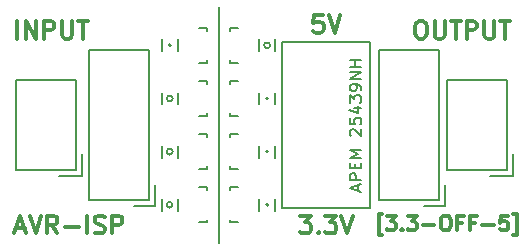
<source format=gto>
G04 #@! TF.FileFunction,Legend,Top*
%FSLAX46Y46*%
G04 Gerber Fmt 4.6, Leading zero omitted, Abs format (unit mm)*
G04 Created by KiCad (PCBNEW (2015-05-09 BZR 5648)-product) date Sun 10 May 2015 11:27:42 AM CEST*
%MOMM*%
G01*
G04 APERTURE LIST*
%ADD10C,0.150000*%
%ADD11C,0.300000*%
%ADD12C,0.200000*%
%ADD13R,0.800100X0.800100*%
%ADD14R,1.651000X1.651000*%
%ADD15C,1.651000*%
%ADD16O,2.200000X1.800000*%
%ADD17R,0.900000X1.200000*%
G04 APERTURE END LIST*
D10*
X68850000Y-56000000D02*
G75*
G03X68850000Y-56000000I-100000J0D01*
G01*
X68850000Y-51500000D02*
G75*
G03X68850000Y-51500000I-100000J0D01*
G01*
X68850000Y-47000000D02*
G75*
G03X68850000Y-47000000I-100000J0D01*
G01*
X60600000Y-42500000D02*
G75*
G03X60600000Y-42500000I-100000J0D01*
G01*
X60750000Y-56000000D02*
G75*
G03X60750000Y-56000000I-250000J0D01*
G01*
X60750000Y-51500000D02*
G75*
G03X60750000Y-51500000I-250000J0D01*
G01*
X60750000Y-47000000D02*
G75*
G03X60750000Y-47000000I-250000J0D01*
G01*
X69000000Y-42500000D02*
G75*
G03X69000000Y-42500000I-250000J0D01*
G01*
D11*
X78514286Y-58582143D02*
X78216667Y-58582143D01*
X78216667Y-56796429D01*
X78514286Y-56796429D01*
X78871428Y-56915476D02*
X79645238Y-56915476D01*
X79228571Y-57391667D01*
X79407143Y-57391667D01*
X79526190Y-57451190D01*
X79585714Y-57510714D01*
X79645238Y-57629762D01*
X79645238Y-57927381D01*
X79585714Y-58046429D01*
X79526190Y-58105952D01*
X79407143Y-58165476D01*
X79050000Y-58165476D01*
X78930952Y-58105952D01*
X78871428Y-58046429D01*
X80180952Y-58046429D02*
X80240476Y-58105952D01*
X80180952Y-58165476D01*
X80121428Y-58105952D01*
X80180952Y-58046429D01*
X80180952Y-58165476D01*
X80657142Y-56915476D02*
X81430952Y-56915476D01*
X81014285Y-57391667D01*
X81192857Y-57391667D01*
X81311904Y-57451190D01*
X81371428Y-57510714D01*
X81430952Y-57629762D01*
X81430952Y-57927381D01*
X81371428Y-58046429D01*
X81311904Y-58105952D01*
X81192857Y-58165476D01*
X80835714Y-58165476D01*
X80716666Y-58105952D01*
X80657142Y-58046429D01*
X81966666Y-57689286D02*
X82919047Y-57689286D01*
X83752380Y-56915476D02*
X83990476Y-56915476D01*
X84109523Y-56975000D01*
X84228571Y-57094048D01*
X84288095Y-57332143D01*
X84288095Y-57748810D01*
X84228571Y-57986905D01*
X84109523Y-58105952D01*
X83990476Y-58165476D01*
X83752380Y-58165476D01*
X83633333Y-58105952D01*
X83514285Y-57986905D01*
X83454761Y-57748810D01*
X83454761Y-57332143D01*
X83514285Y-57094048D01*
X83633333Y-56975000D01*
X83752380Y-56915476D01*
X85240476Y-57510714D02*
X84823809Y-57510714D01*
X84823809Y-58165476D02*
X84823809Y-56915476D01*
X85419047Y-56915476D01*
X86311905Y-57510714D02*
X85895238Y-57510714D01*
X85895238Y-58165476D02*
X85895238Y-56915476D01*
X86490476Y-56915476D01*
X86966667Y-57689286D02*
X87919048Y-57689286D01*
X89109524Y-56915476D02*
X88514286Y-56915476D01*
X88454762Y-57510714D01*
X88514286Y-57451190D01*
X88633334Y-57391667D01*
X88930953Y-57391667D01*
X89050000Y-57451190D01*
X89109524Y-57510714D01*
X89169048Y-57629762D01*
X89169048Y-57927381D01*
X89109524Y-58046429D01*
X89050000Y-58105952D01*
X88930953Y-58165476D01*
X88633334Y-58165476D01*
X88514286Y-58105952D01*
X88454762Y-58046429D01*
X89585714Y-58582143D02*
X89883333Y-58582143D01*
X89883333Y-56796429D01*
X89585714Y-56796429D01*
X47500000Y-58000000D02*
X48214286Y-58000000D01*
X47357143Y-58428571D02*
X47857143Y-56928571D01*
X48357143Y-58428571D01*
X48642857Y-56928571D02*
X49142857Y-58428571D01*
X49642857Y-56928571D01*
X51000000Y-58428571D02*
X50500000Y-57714286D01*
X50142857Y-58428571D02*
X50142857Y-56928571D01*
X50714285Y-56928571D01*
X50857143Y-57000000D01*
X50928571Y-57071429D01*
X51000000Y-57214286D01*
X51000000Y-57428571D01*
X50928571Y-57571429D01*
X50857143Y-57642857D01*
X50714285Y-57714286D01*
X50142857Y-57714286D01*
X51642857Y-57857143D02*
X52785714Y-57857143D01*
X53500000Y-58428571D02*
X53500000Y-56928571D01*
X54142857Y-58357143D02*
X54357143Y-58428571D01*
X54714286Y-58428571D01*
X54857143Y-58357143D01*
X54928572Y-58285714D01*
X55000000Y-58142857D01*
X55000000Y-58000000D01*
X54928572Y-57857143D01*
X54857143Y-57785714D01*
X54714286Y-57714286D01*
X54428572Y-57642857D01*
X54285714Y-57571429D01*
X54214286Y-57500000D01*
X54142857Y-57357143D01*
X54142857Y-57214286D01*
X54214286Y-57071429D01*
X54285714Y-57000000D01*
X54428572Y-56928571D01*
X54785714Y-56928571D01*
X55000000Y-57000000D01*
X55642857Y-58428571D02*
X55642857Y-56928571D01*
X56214285Y-56928571D01*
X56357143Y-57000000D01*
X56428571Y-57071429D01*
X56500000Y-57214286D01*
X56500000Y-57428571D01*
X56428571Y-57571429D01*
X56357143Y-57642857D01*
X56214285Y-57714286D01*
X55642857Y-57714286D01*
D10*
X64650000Y-39250000D02*
X64650000Y-59250000D01*
D11*
X71535715Y-56928571D02*
X72464286Y-56928571D01*
X71964286Y-57500000D01*
X72178572Y-57500000D01*
X72321429Y-57571429D01*
X72392858Y-57642857D01*
X72464286Y-57785714D01*
X72464286Y-58142857D01*
X72392858Y-58285714D01*
X72321429Y-58357143D01*
X72178572Y-58428571D01*
X71750000Y-58428571D01*
X71607143Y-58357143D01*
X71535715Y-58285714D01*
X73107143Y-58285714D02*
X73178571Y-58357143D01*
X73107143Y-58428571D01*
X73035714Y-58357143D01*
X73107143Y-58285714D01*
X73107143Y-58428571D01*
X73678572Y-56928571D02*
X74607143Y-56928571D01*
X74107143Y-57500000D01*
X74321429Y-57500000D01*
X74464286Y-57571429D01*
X74535715Y-57642857D01*
X74607143Y-57785714D01*
X74607143Y-58142857D01*
X74535715Y-58285714D01*
X74464286Y-58357143D01*
X74321429Y-58428571D01*
X73892857Y-58428571D01*
X73750000Y-58357143D01*
X73678572Y-58285714D01*
X75035714Y-56928571D02*
X75535714Y-58428571D01*
X76035714Y-56928571D01*
X73464287Y-39928571D02*
X72750001Y-39928571D01*
X72678572Y-40642857D01*
X72750001Y-40571429D01*
X72892858Y-40500000D01*
X73250001Y-40500000D01*
X73392858Y-40571429D01*
X73464287Y-40642857D01*
X73535715Y-40785714D01*
X73535715Y-41142857D01*
X73464287Y-41285714D01*
X73392858Y-41357143D01*
X73250001Y-41428571D01*
X72892858Y-41428571D01*
X72750001Y-41357143D01*
X72678572Y-41285714D01*
X73964286Y-39928571D02*
X74464286Y-41428571D01*
X74964286Y-39928571D01*
X81642857Y-40428571D02*
X81928571Y-40428571D01*
X82071429Y-40500000D01*
X82214286Y-40642857D01*
X82285714Y-40928571D01*
X82285714Y-41428571D01*
X82214286Y-41714286D01*
X82071429Y-41857143D01*
X81928571Y-41928571D01*
X81642857Y-41928571D01*
X81500000Y-41857143D01*
X81357143Y-41714286D01*
X81285714Y-41428571D01*
X81285714Y-40928571D01*
X81357143Y-40642857D01*
X81500000Y-40500000D01*
X81642857Y-40428571D01*
X82928572Y-40428571D02*
X82928572Y-41642857D01*
X83000000Y-41785714D01*
X83071429Y-41857143D01*
X83214286Y-41928571D01*
X83500000Y-41928571D01*
X83642858Y-41857143D01*
X83714286Y-41785714D01*
X83785715Y-41642857D01*
X83785715Y-40428571D01*
X84285715Y-40428571D02*
X85142858Y-40428571D01*
X84714287Y-41928571D02*
X84714287Y-40428571D01*
X85642858Y-41928571D02*
X85642858Y-40428571D01*
X86214286Y-40428571D01*
X86357144Y-40500000D01*
X86428572Y-40571429D01*
X86500001Y-40714286D01*
X86500001Y-40928571D01*
X86428572Y-41071429D01*
X86357144Y-41142857D01*
X86214286Y-41214286D01*
X85642858Y-41214286D01*
X87142858Y-40428571D02*
X87142858Y-41642857D01*
X87214286Y-41785714D01*
X87285715Y-41857143D01*
X87428572Y-41928571D01*
X87714286Y-41928571D01*
X87857144Y-41857143D01*
X87928572Y-41785714D01*
X88000001Y-41642857D01*
X88000001Y-40428571D01*
X88500001Y-40428571D02*
X89357144Y-40428571D01*
X88928573Y-41928571D02*
X88928573Y-40428571D01*
X47607143Y-41928571D02*
X47607143Y-40428571D01*
X48321429Y-41928571D02*
X48321429Y-40428571D01*
X49178572Y-41928571D01*
X49178572Y-40428571D01*
X49892858Y-41928571D02*
X49892858Y-40428571D01*
X50464286Y-40428571D01*
X50607144Y-40500000D01*
X50678572Y-40571429D01*
X50750001Y-40714286D01*
X50750001Y-40928571D01*
X50678572Y-41071429D01*
X50607144Y-41142857D01*
X50464286Y-41214286D01*
X49892858Y-41214286D01*
X51392858Y-40428571D02*
X51392858Y-41642857D01*
X51464286Y-41785714D01*
X51535715Y-41857143D01*
X51678572Y-41928571D01*
X51964286Y-41928571D01*
X52107144Y-41857143D01*
X52178572Y-41785714D01*
X52250001Y-41642857D01*
X52250001Y-40428571D01*
X52750001Y-40428571D02*
X53607144Y-40428571D01*
X53178573Y-41928571D02*
X53178573Y-40428571D01*
D10*
X63650240Y-48299160D02*
X63650240Y-48250900D01*
X62949200Y-45500180D02*
X63650240Y-45500180D01*
X63650240Y-45500180D02*
X63650240Y-45749100D01*
X63650240Y-48299160D02*
X63650240Y-48499820D01*
X63650240Y-48499820D02*
X62949200Y-48499820D01*
X63650240Y-43799160D02*
X63650240Y-43750900D01*
X62949200Y-41000180D02*
X63650240Y-41000180D01*
X63650240Y-41000180D02*
X63650240Y-41249100D01*
X63650240Y-43799160D02*
X63650240Y-43999820D01*
X63650240Y-43999820D02*
X62949200Y-43999820D01*
D12*
X89548000Y-53568000D02*
X87643000Y-53568000D01*
X89548000Y-51663000D02*
X89548000Y-53568000D01*
X89040000Y-45440000D02*
X89040000Y-53060000D01*
X89040000Y-53060000D02*
X83960000Y-53060000D01*
X83960000Y-53060000D02*
X83960000Y-45440000D01*
X83960000Y-45440000D02*
X89040000Y-45440000D01*
X59298000Y-56108000D02*
X57520000Y-56108000D01*
X59298000Y-54330000D02*
X59298000Y-56108000D01*
X58790000Y-55600000D02*
X53710000Y-55600000D01*
X58790000Y-42900000D02*
X58790000Y-55600000D01*
X53710000Y-55600000D02*
X53710000Y-42900000D01*
X53710000Y-42900000D02*
X58790000Y-42900000D01*
X83798000Y-56108000D02*
X82020000Y-56108000D01*
X83798000Y-54330000D02*
X83798000Y-56108000D01*
X83290000Y-55600000D02*
X78210000Y-55600000D01*
X83290000Y-42900000D02*
X83290000Y-55600000D01*
X78210000Y-55600000D02*
X78210000Y-42900000D01*
X78210000Y-42900000D02*
X83290000Y-42900000D01*
X77500000Y-56300000D02*
X70000000Y-56300000D01*
X77500000Y-42200000D02*
X77500000Y-56300000D01*
X70000000Y-42200000D02*
X77500000Y-42200000D01*
X70000000Y-56300000D02*
X70000000Y-42200000D01*
X53048000Y-53568000D02*
X51143000Y-53568000D01*
X53048000Y-51663000D02*
X53048000Y-53568000D01*
X52540000Y-45440000D02*
X52540000Y-53060000D01*
X52540000Y-53060000D02*
X47460000Y-53060000D01*
X47460000Y-53060000D02*
X47460000Y-45440000D01*
X47460000Y-45440000D02*
X52540000Y-45440000D01*
D10*
X65597980Y-41200840D02*
X65597980Y-41249100D01*
X66299020Y-43999820D02*
X65597980Y-43999820D01*
X65597980Y-43999820D02*
X65597980Y-43750900D01*
X65597980Y-41200840D02*
X65597980Y-41000180D01*
X65597980Y-41000180D02*
X66299020Y-41000180D01*
X65597980Y-50200840D02*
X65597980Y-50249100D01*
X66299020Y-52999820D02*
X65597980Y-52999820D01*
X65597980Y-52999820D02*
X65597980Y-52750900D01*
X65597980Y-50200840D02*
X65597980Y-50000180D01*
X65597980Y-50000180D02*
X66299020Y-50000180D01*
X65597980Y-54700840D02*
X65597980Y-54749100D01*
X66299020Y-57499820D02*
X65597980Y-57499820D01*
X65597980Y-57499820D02*
X65597980Y-57250900D01*
X65597980Y-54700840D02*
X65597980Y-54500180D01*
X65597980Y-54500180D02*
X66299020Y-54500180D01*
X63650240Y-52799160D02*
X63650240Y-52750900D01*
X62949200Y-50000180D02*
X63650240Y-50000180D01*
X63650240Y-50000180D02*
X63650240Y-50249100D01*
X63650240Y-52799160D02*
X63650240Y-52999820D01*
X63650240Y-52999820D02*
X62949200Y-52999820D01*
X63650240Y-57299160D02*
X63650240Y-57250900D01*
X62949200Y-54500180D02*
X63650240Y-54500180D01*
X63650240Y-54500180D02*
X63650240Y-54749100D01*
X63650240Y-57299160D02*
X63650240Y-57499820D01*
X63650240Y-57499820D02*
X62949200Y-57499820D01*
X65597980Y-45700840D02*
X65597980Y-45749100D01*
X66299020Y-48499820D02*
X65597980Y-48499820D01*
X65597980Y-48499820D02*
X65597980Y-48250900D01*
X65597980Y-45700840D02*
X65597980Y-45500180D01*
X65597980Y-45500180D02*
X66299020Y-45500180D01*
X69425000Y-51000000D02*
X69425000Y-52000000D01*
X68075000Y-52000000D02*
X68075000Y-51000000D01*
X69425000Y-55500000D02*
X69425000Y-56500000D01*
X68075000Y-56500000D02*
X68075000Y-55500000D01*
X59825000Y-56500000D02*
X59825000Y-55500000D01*
X61175000Y-55500000D02*
X61175000Y-56500000D01*
X59825000Y-52000000D02*
X59825000Y-51000000D01*
X61175000Y-51000000D02*
X61175000Y-52000000D01*
X59825000Y-47500000D02*
X59825000Y-46500000D01*
X61175000Y-46500000D02*
X61175000Y-47500000D01*
X69425000Y-46500000D02*
X69425000Y-47500000D01*
X68075000Y-47500000D02*
X68075000Y-46500000D01*
X59825000Y-43000000D02*
X59825000Y-42000000D01*
X61175000Y-42000000D02*
X61175000Y-43000000D01*
X69425000Y-42000000D02*
X69425000Y-43000000D01*
X68075000Y-43000000D02*
X68075000Y-42000000D01*
D12*
X76456667Y-54821429D02*
X76456667Y-54345238D01*
X76742381Y-54916667D02*
X75742381Y-54583334D01*
X76742381Y-54250000D01*
X76742381Y-53916667D02*
X75742381Y-53916667D01*
X75742381Y-53535714D01*
X75790000Y-53440476D01*
X75837619Y-53392857D01*
X75932857Y-53345238D01*
X76075714Y-53345238D01*
X76170952Y-53392857D01*
X76218571Y-53440476D01*
X76266190Y-53535714D01*
X76266190Y-53916667D01*
X76218571Y-52916667D02*
X76218571Y-52583333D01*
X76742381Y-52440476D02*
X76742381Y-52916667D01*
X75742381Y-52916667D01*
X75742381Y-52440476D01*
X76742381Y-52011905D02*
X75742381Y-52011905D01*
X76456667Y-51678571D01*
X75742381Y-51345238D01*
X76742381Y-51345238D01*
X75837619Y-50154762D02*
X75790000Y-50107143D01*
X75742381Y-50011905D01*
X75742381Y-49773809D01*
X75790000Y-49678571D01*
X75837619Y-49630952D01*
X75932857Y-49583333D01*
X76028095Y-49583333D01*
X76170952Y-49630952D01*
X76742381Y-50202381D01*
X76742381Y-49583333D01*
X75742381Y-48678571D02*
X75742381Y-49154762D01*
X76218571Y-49202381D01*
X76170952Y-49154762D01*
X76123333Y-49059524D01*
X76123333Y-48821428D01*
X76170952Y-48726190D01*
X76218571Y-48678571D01*
X76313810Y-48630952D01*
X76551905Y-48630952D01*
X76647143Y-48678571D01*
X76694762Y-48726190D01*
X76742381Y-48821428D01*
X76742381Y-49059524D01*
X76694762Y-49154762D01*
X76647143Y-49202381D01*
X76075714Y-47773809D02*
X76742381Y-47773809D01*
X75694762Y-48011905D02*
X76409048Y-48250000D01*
X76409048Y-47630952D01*
X75742381Y-47345238D02*
X75742381Y-46726190D01*
X76123333Y-47059524D01*
X76123333Y-46916666D01*
X76170952Y-46821428D01*
X76218571Y-46773809D01*
X76313810Y-46726190D01*
X76551905Y-46726190D01*
X76647143Y-46773809D01*
X76694762Y-46821428D01*
X76742381Y-46916666D01*
X76742381Y-47202381D01*
X76694762Y-47297619D01*
X76647143Y-47345238D01*
X76742381Y-46250000D02*
X76742381Y-46059524D01*
X76694762Y-45964285D01*
X76647143Y-45916666D01*
X76504286Y-45821428D01*
X76313810Y-45773809D01*
X75932857Y-45773809D01*
X75837619Y-45821428D01*
X75790000Y-45869047D01*
X75742381Y-45964285D01*
X75742381Y-46154762D01*
X75790000Y-46250000D01*
X75837619Y-46297619D01*
X75932857Y-46345238D01*
X76170952Y-46345238D01*
X76266190Y-46297619D01*
X76313810Y-46250000D01*
X76361429Y-46154762D01*
X76361429Y-45964285D01*
X76313810Y-45869047D01*
X76266190Y-45821428D01*
X76170952Y-45773809D01*
X76742381Y-45345238D02*
X75742381Y-45345238D01*
X76742381Y-44773809D01*
X75742381Y-44773809D01*
X76742381Y-44297619D02*
X75742381Y-44297619D01*
X76218571Y-44297619D02*
X76218571Y-43726190D01*
X76742381Y-43726190D02*
X75742381Y-43726190D01*
%LPC*%
D13*
X61999240Y-46050000D03*
X61999240Y-47950000D03*
X63998220Y-47000000D03*
X61999240Y-41550000D03*
X61999240Y-43450000D03*
X63998220Y-42500000D03*
D14*
X87770000Y-51790000D03*
D15*
X85230000Y-51790000D03*
X87770000Y-49250000D03*
X85230000Y-49250000D03*
X87770000Y-46710000D03*
X85230000Y-46710000D03*
X54980000Y-44170000D03*
X57520000Y-44170000D03*
D14*
X57520000Y-54330000D03*
D15*
X54980000Y-54330000D03*
X57520000Y-51790000D03*
X54980000Y-51790000D03*
X57520000Y-49250000D03*
X54980000Y-49250000D03*
X57520000Y-46710000D03*
X54980000Y-46710000D03*
X79480000Y-44170000D03*
X82020000Y-44170000D03*
D14*
X82020000Y-54330000D03*
D15*
X79480000Y-54330000D03*
X82020000Y-51790000D03*
X79480000Y-51790000D03*
X82020000Y-49250000D03*
X79480000Y-49250000D03*
X82020000Y-46710000D03*
X79480000Y-46710000D03*
D16*
X73750000Y-54330000D03*
X73750000Y-49250000D03*
X73750000Y-44170000D03*
D14*
X51270000Y-51790000D03*
D15*
X48730000Y-51790000D03*
X51270000Y-49250000D03*
X48730000Y-49250000D03*
X51270000Y-46710000D03*
X48730000Y-46710000D03*
D13*
X67248980Y-43450000D03*
X67248980Y-41550000D03*
X65250000Y-42500000D03*
X67248980Y-52450000D03*
X67248980Y-50550000D03*
X65250000Y-51500000D03*
X67248980Y-56950000D03*
X67248980Y-55050000D03*
X65250000Y-56000000D03*
X61999240Y-50550000D03*
X61999240Y-52450000D03*
X63998220Y-51500000D03*
X61999240Y-55050000D03*
X61999240Y-56950000D03*
X63998220Y-56000000D03*
X67248980Y-47950000D03*
X67248980Y-46050000D03*
X65250000Y-47000000D03*
D17*
X68750000Y-52600000D03*
X68750000Y-50400000D03*
X68750000Y-57100000D03*
X68750000Y-54900000D03*
X60500000Y-54900000D03*
X60500000Y-57100000D03*
X60500000Y-50400000D03*
X60500000Y-52600000D03*
X60500000Y-45900000D03*
X60500000Y-48100000D03*
X68750000Y-48100000D03*
X68750000Y-45900000D03*
X60500000Y-41400000D03*
X60500000Y-43600000D03*
X68750000Y-43600000D03*
X68750000Y-41400000D03*
M02*

</source>
